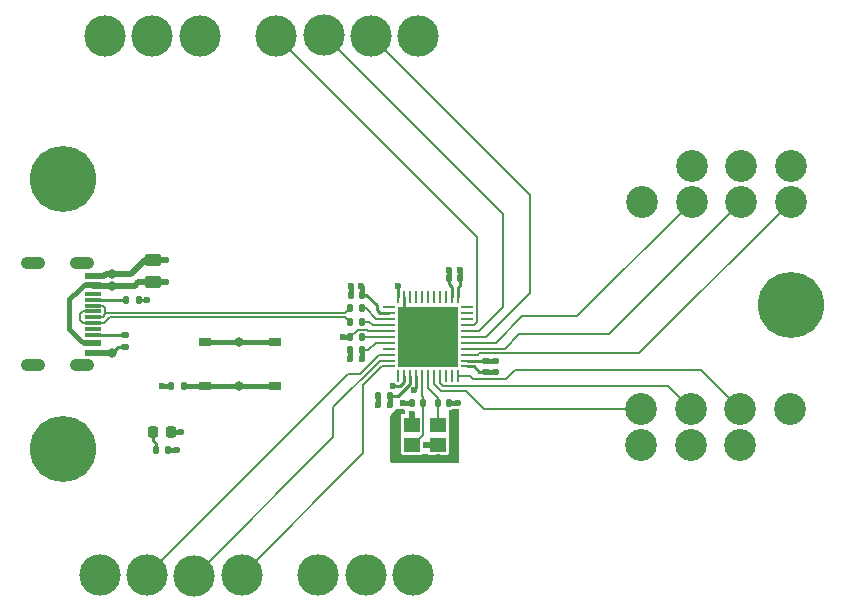
<source format=gbr>
%TF.GenerationSoftware,KiCad,Pcbnew,7.0.6*%
%TF.CreationDate,2023-09-20T14:55:28-04:00*%
%TF.ProjectId,32U4_NES_SNES_adapter,33325534-5f4e-4455-935f-534e45535f61,rev?*%
%TF.SameCoordinates,Original*%
%TF.FileFunction,Copper,L1,Top*%
%TF.FilePolarity,Positive*%
%FSLAX46Y46*%
G04 Gerber Fmt 4.6, Leading zero omitted, Abs format (unit mm)*
G04 Created by KiCad (PCBNEW 7.0.6) date 2023-09-20 14:55:28*
%MOMM*%
%LPD*%
G01*
G04 APERTURE LIST*
G04 Aperture macros list*
%AMRoundRect*
0 Rectangle with rounded corners*
0 $1 Rounding radius*
0 $2 $3 $4 $5 $6 $7 $8 $9 X,Y pos of 4 corners*
0 Add a 4 corners polygon primitive as box body*
4,1,4,$2,$3,$4,$5,$6,$7,$8,$9,$2,$3,0*
0 Add four circle primitives for the rounded corners*
1,1,$1+$1,$2,$3*
1,1,$1+$1,$4,$5*
1,1,$1+$1,$6,$7*
1,1,$1+$1,$8,$9*
0 Add four rect primitives between the rounded corners*
20,1,$1+$1,$2,$3,$4,$5,0*
20,1,$1+$1,$4,$5,$6,$7,0*
20,1,$1+$1,$6,$7,$8,$9,0*
20,1,$1+$1,$8,$9,$2,$3,0*%
G04 Aperture macros list end*
%TA.AperFunction,SMDPad,CuDef*%
%ADD10RoundRect,0.140000X0.140000X0.170000X-0.140000X0.170000X-0.140000X-0.170000X0.140000X-0.170000X0*%
%TD*%
%TA.AperFunction,ComponentPad*%
%ADD11C,3.500000*%
%TD*%
%TA.AperFunction,SMDPad,CuDef*%
%ADD12RoundRect,0.135000X-0.135000X-0.185000X0.135000X-0.185000X0.135000X0.185000X-0.135000X0.185000X0*%
%TD*%
%TA.AperFunction,ComponentPad*%
%ADD13C,2.700000*%
%TD*%
%TA.AperFunction,ComponentPad*%
%ADD14C,5.600000*%
%TD*%
%TA.AperFunction,SMDPad,CuDef*%
%ADD15RoundRect,0.135000X0.135000X0.185000X-0.135000X0.185000X-0.135000X-0.185000X0.135000X-0.185000X0*%
%TD*%
%TA.AperFunction,SMDPad,CuDef*%
%ADD16RoundRect,0.218750X0.218750X0.256250X-0.218750X0.256250X-0.218750X-0.256250X0.218750X-0.256250X0*%
%TD*%
%TA.AperFunction,SMDPad,CuDef*%
%ADD17R,1.000000X0.750000*%
%TD*%
%TA.AperFunction,SMDPad,CuDef*%
%ADD18RoundRect,0.062500X-0.475000X-0.062500X0.475000X-0.062500X0.475000X0.062500X-0.475000X0.062500X0*%
%TD*%
%TA.AperFunction,SMDPad,CuDef*%
%ADD19RoundRect,0.062500X-0.062500X-0.475000X0.062500X-0.475000X0.062500X0.475000X-0.062500X0.475000X0*%
%TD*%
%TA.AperFunction,SMDPad,CuDef*%
%ADD20R,5.200000X5.200000*%
%TD*%
%TA.AperFunction,SMDPad,CuDef*%
%ADD21RoundRect,0.135000X0.185000X-0.135000X0.185000X0.135000X-0.185000X0.135000X-0.185000X-0.135000X0*%
%TD*%
%TA.AperFunction,SMDPad,CuDef*%
%ADD22RoundRect,0.140000X-0.170000X0.140000X-0.170000X-0.140000X0.170000X-0.140000X0.170000X0.140000X0*%
%TD*%
%TA.AperFunction,SMDPad,CuDef*%
%ADD23R,1.400000X1.200000*%
%TD*%
%TA.AperFunction,SMDPad,CuDef*%
%ADD24RoundRect,0.250000X0.475000X-0.250000X0.475000X0.250000X-0.475000X0.250000X-0.475000X-0.250000X0*%
%TD*%
%TA.AperFunction,SMDPad,CuDef*%
%ADD25RoundRect,0.140000X-0.140000X-0.170000X0.140000X-0.170000X0.140000X0.170000X-0.140000X0.170000X0*%
%TD*%
%TA.AperFunction,SMDPad,CuDef*%
%ADD26R,1.450000X0.600000*%
%TD*%
%TA.AperFunction,SMDPad,CuDef*%
%ADD27R,1.450000X0.300000*%
%TD*%
%TA.AperFunction,ComponentPad*%
%ADD28O,2.100000X1.050000*%
%TD*%
%TA.AperFunction,SMDPad,CuDef*%
%ADD29RoundRect,0.140000X0.170000X-0.140000X0.170000X0.140000X-0.170000X0.140000X-0.170000X-0.140000X0*%
%TD*%
%TA.AperFunction,ViaPad*%
%ADD30C,0.600000*%
%TD*%
%TA.AperFunction,ViaPad*%
%ADD31C,0.800000*%
%TD*%
%TA.AperFunction,Conductor*%
%ADD32C,0.200000*%
%TD*%
%TA.AperFunction,Conductor*%
%ADD33C,0.508000*%
%TD*%
%TA.AperFunction,Conductor*%
%ADD34C,0.254000*%
%TD*%
%TA.AperFunction,Conductor*%
%ADD35C,0.381000*%
%TD*%
%TA.AperFunction,Conductor*%
%ADD36C,0.250000*%
%TD*%
%TA.AperFunction,Conductor*%
%ADD37C,0.205740*%
%TD*%
G04 APERTURE END LIST*
D10*
%TO.P,C9,1*%
%TO.N,VCC*%
X119250400Y-97028000D03*
%TO.P,C9,2*%
%TO.N,GND*%
X118290400Y-97028000D03*
%TD*%
%TO.P,C7,1*%
%TO.N,VCC*%
X121587200Y-105587800D03*
%TO.P,C7,2*%
%TO.N,GND*%
X120627200Y-105587800D03*
%TD*%
%TO.P,C8,1*%
%TO.N,VCC*%
X119225000Y-101727000D03*
%TO.P,C8,2*%
%TO.N,GND*%
X118265000Y-101727000D03*
%TD*%
D11*
%TO.P,J2,1,5V*%
%TO.N,VCC*%
X97064000Y-120709000D03*
%TO.P,J2,2,CLK*%
%TO.N,/SNES_1_CLK*%
X101064000Y-120709000D03*
%TO.P,J2,3,LATCH*%
%TO.N,/SNES_1_LATCH*%
X105064000Y-120809000D03*
%TO.P,J2,4,DATA*%
%TO.N,/SNES_1_DATA*%
X109064000Y-120709000D03*
%TO.P,J2,5,NC*%
%TO.N,unconnected-(J2-Pad5)*%
X115564000Y-120709000D03*
%TO.P,J2,6,NC*%
%TO.N,unconnected-(J2-Pad6)*%
X119564000Y-120709000D03*
%TO.P,J2,7,GND*%
%TO.N,GND*%
X123564000Y-120709000D03*
%TD*%
D12*
%TO.P,R6,1*%
%TO.N,/USB_D-*%
X118235000Y-98171000D03*
%TO.P,R6,2*%
%TO.N,Net-(R6-Pad2)*%
X119255000Y-98171000D03*
%TD*%
%TO.P,R3,2*%
%TO.N,Net-(R3-Pad2)*%
X104142000Y-104770400D03*
%TO.P,R3,1*%
%TO.N,VCC*%
X103122000Y-104770400D03*
%TD*%
D13*
%TO.P,J5,1,5V*%
%TO.N,VCC*%
X147168000Y-86125000D03*
%TO.P,J5,2,NC*%
%TO.N,unconnected-(J5-Pad2)*%
X151359000Y-86125000D03*
%TO.P,J5,3,NC*%
%TO.N,unconnected-(J5-Pad3)*%
X155550000Y-86125000D03*
%TO.P,J5,4,DATA*%
%TO.N,/NES_2_DATA*%
X155550000Y-89125000D03*
%TO.P,J5,5,LATCH*%
%TO.N,/NES_2_LATCH*%
X151359000Y-89125000D03*
%TO.P,J5,6,CLK*%
%TO.N,/NES_2_CLK*%
X147168000Y-89125000D03*
%TO.P,J5,7,GND*%
%TO.N,GND*%
X142977000Y-89125000D03*
%TD*%
D14*
%TO.P,H3,1,1*%
%TO.N,GND*%
X155550000Y-97917000D03*
%TD*%
D13*
%TO.P,J4,1,5V*%
%TO.N,VCC*%
X151282000Y-109709000D03*
%TO.P,J4,2,NC*%
%TO.N,unconnected-(J4-Pad2)*%
X147091000Y-109709000D03*
%TO.P,J4,3,NC*%
%TO.N,unconnected-(J4-Pad3)*%
X142900000Y-109709000D03*
%TO.P,J4,4,DATA*%
%TO.N,/NES_1_DATA*%
X142900000Y-106709000D03*
%TO.P,J4,5,LATCH*%
%TO.N,/NES_1_LATCH*%
X147091000Y-106709000D03*
%TO.P,J4,6,CLK*%
%TO.N,/NES_1_CLK*%
X151282000Y-106709000D03*
%TO.P,J4,7,GND*%
%TO.N,GND*%
X155473000Y-106709000D03*
%TD*%
D15*
%TO.P,R4,2*%
%TO.N,Net-(D1-Pad2)*%
X101801200Y-110121750D03*
%TO.P,R4,1*%
%TO.N,VCC*%
X102821200Y-110121750D03*
%TD*%
D10*
%TO.P,C10,1*%
%TO.N,Net-(C10-Pad1)*%
X119225000Y-100584000D03*
%TO.P,C10,2*%
%TO.N,GND*%
X118265000Y-100584000D03*
%TD*%
D14*
%TO.P,H1,1,1*%
%TO.N,GND*%
X93895500Y-87249000D03*
%TD*%
D16*
%TO.P,D1,1,K*%
%TO.N,GND*%
X103098700Y-108597750D03*
%TO.P,D1,2,A*%
%TO.N,Net-(D1-Pad2)*%
X101523700Y-108597750D03*
%TD*%
D12*
%TO.P,R5,1*%
%TO.N,/USB_D+*%
X118235000Y-99314000D03*
%TO.P,R5,2*%
%TO.N,Net-(R5-Pad2)*%
X119255000Y-99314000D03*
%TD*%
D17*
%TO.P,S1,D*%
%TO.N,Net-(R3-Pad2)*%
X111922500Y-104770400D03*
%TO.P,S1,C*%
X105922500Y-104770400D03*
%TO.P,S1,B*%
%TO.N,GND*%
X111922500Y-101020400D03*
%TO.P,S1,A*%
X105922500Y-101020400D03*
%TD*%
D14*
%TO.P,H2,1,1*%
%TO.N,GND*%
X93895500Y-110109000D03*
%TD*%
D15*
%TO.P,R2,1*%
%TO.N,GND*%
X100332000Y-97429000D03*
%TO.P,R2,2*%
%TO.N,Net-(J1-PadA5)*%
X99312000Y-97429000D03*
%TD*%
D18*
%TO.P,U1,1,PE6*%
%TO.N,unconnected-(U1-Pad1)*%
X121503500Y-98084000D03*
%TO.P,U1,2,UVCC*%
%TO.N,VCC*%
X121503500Y-98584000D03*
%TO.P,U1,3,D-*%
%TO.N,Net-(R6-Pad2)*%
X121503500Y-99084000D03*
%TO.P,U1,4,D+*%
%TO.N,Net-(R5-Pad2)*%
X121503500Y-99584000D03*
%TO.P,U1,5,UGND*%
%TO.N,GND*%
X121503500Y-100084000D03*
%TO.P,U1,6,UCAP*%
%TO.N,Net-(C10-Pad1)*%
X121503500Y-100584000D03*
%TO.P,U1,7,VBUS*%
%TO.N,VCC*%
X121503500Y-101084000D03*
%TO.P,U1,8,PB0*%
%TO.N,unconnected-(U1-Pad8)*%
X121503500Y-101584000D03*
%TO.P,U1,9,PB1*%
%TO.N,/SNES_1_CLK*%
X121503500Y-102084000D03*
%TO.P,U1,10,PB2*%
%TO.N,/SNES_1_LATCH*%
X121503500Y-102584000D03*
%TO.P,U1,11,PB3*%
%TO.N,/SNES_1_DATA*%
X121503500Y-103084000D03*
D19*
%TO.P,U1,12,PB7*%
%TO.N,unconnected-(U1-Pad12)*%
X122341000Y-103921500D03*
%TO.P,U1,13,~{RESET}*%
%TO.N,Net-(R3-Pad2)*%
X122841000Y-103921500D03*
%TO.P,U1,14,VCC*%
%TO.N,VCC*%
X123341000Y-103921500D03*
%TO.P,U1,15,GND*%
%TO.N,GND*%
X123841000Y-103921500D03*
%TO.P,U1,16,XTAL2*%
%TO.N,/XOUT*%
X124341000Y-103921500D03*
%TO.P,U1,17,XTAL1*%
%TO.N,/XIN*%
X124841000Y-103921500D03*
%TO.P,U1,18,PD0*%
%TO.N,/NES_1_DATA*%
X125341000Y-103921500D03*
%TO.P,U1,19,PD1*%
%TO.N,/NES_1_LATCH*%
X125841000Y-103921500D03*
%TO.P,U1,20,PD2*%
%TO.N,unconnected-(U1-Pad20)*%
X126341000Y-103921500D03*
%TO.P,U1,21,PD3*%
%TO.N,unconnected-(U1-Pad21)*%
X126841000Y-103921500D03*
%TO.P,U1,22,PD5*%
%TO.N,/NES_1_CLK*%
X127341000Y-103921500D03*
D18*
%TO.P,U1,23,GND*%
%TO.N,GND*%
X128178500Y-103084000D03*
%TO.P,U1,24,AVCC*%
%TO.N,VCC*%
X128178500Y-102584000D03*
%TO.P,U1,25,PD4*%
%TO.N,/NES_2_DATA*%
X128178500Y-102084000D03*
%TO.P,U1,26,PD6*%
%TO.N,/NES_2_LATCH*%
X128178500Y-101584000D03*
%TO.P,U1,27,PD7*%
%TO.N,/NES_2_CLK*%
X128178500Y-101084000D03*
%TO.P,U1,28,PB4*%
%TO.N,/SNES_2_CLK*%
X128178500Y-100584000D03*
%TO.P,U1,29,PB5*%
%TO.N,/SNES_2_LATCH*%
X128178500Y-100084000D03*
%TO.P,U1,30,PB6*%
%TO.N,/SNES_2_DATA*%
X128178500Y-99584000D03*
%TO.P,U1,31,PC6*%
%TO.N,unconnected-(U1-Pad31)*%
X128178500Y-99084000D03*
%TO.P,U1,32,PC7*%
%TO.N,unconnected-(U1-Pad32)*%
X128178500Y-98584000D03*
%TO.P,U1,33,~{HWB}/PE2*%
%TO.N,unconnected-(U1-Pad33)*%
X128178500Y-98084000D03*
D19*
%TO.P,U1,34,VCC*%
%TO.N,VCC*%
X127341000Y-97246500D03*
%TO.P,U1,35,GND*%
%TO.N,GND*%
X126841000Y-97246500D03*
%TO.P,U1,36,PF7*%
%TO.N,unconnected-(U1-Pad36)*%
X126341000Y-97246500D03*
%TO.P,U1,37,PF6*%
%TO.N,unconnected-(U1-Pad37)*%
X125841000Y-97246500D03*
%TO.P,U1,38,PF5*%
%TO.N,unconnected-(U1-Pad38)*%
X125341000Y-97246500D03*
%TO.P,U1,39,PF4*%
%TO.N,unconnected-(U1-Pad39)*%
X124841000Y-97246500D03*
%TO.P,U1,40,PF1*%
%TO.N,unconnected-(U1-Pad40)*%
X124341000Y-97246500D03*
%TO.P,U1,41,PF0*%
%TO.N,unconnected-(U1-Pad41)*%
X123841000Y-97246500D03*
%TO.P,U1,42,AREF*%
%TO.N,unconnected-(U1-Pad42)*%
X123341000Y-97246500D03*
%TO.P,U1,43,GND*%
%TO.N,GND*%
X122841000Y-97246500D03*
%TO.P,U1,44,AVCC*%
%TO.N,VCC*%
X122341000Y-97246500D03*
D20*
%TO.P,U1,45,GND*%
%TO.N,GND*%
X124841000Y-100584000D03*
%TD*%
D21*
%TO.P,R1,1*%
%TO.N,GND*%
X99187000Y-101449000D03*
%TO.P,R1,2*%
%TO.N,Net-(J1-PadB5)*%
X99187000Y-100429000D03*
%TD*%
D22*
%TO.P,C6,1*%
%TO.N,VCC*%
X129794000Y-102584000D03*
%TO.P,C6,2*%
%TO.N,GND*%
X129794000Y-103544000D03*
%TD*%
D23*
%TO.P,Y1,1,1*%
%TO.N,/XIN*%
X125687000Y-108012000D03*
%TO.P,Y1,2,2*%
%TO.N,GND*%
X123487000Y-108012000D03*
%TO.P,Y1,3,3*%
%TO.N,/XOUT*%
X123487000Y-109712000D03*
%TO.P,Y1,4,4*%
%TO.N,GND*%
X125687000Y-109712000D03*
%TD*%
D10*
%TO.P,C1,1*%
%TO.N,GND*%
X126647000Y-106172000D03*
%TO.P,C1,2*%
%TO.N,/XIN*%
X125687000Y-106172000D03*
%TD*%
D24*
%TO.P,C4,1*%
%TO.N,VCC*%
X101523800Y-95946000D03*
%TO.P,C4,2*%
%TO.N,GND*%
X101523800Y-94046000D03*
%TD*%
D25*
%TO.P,C2,1*%
%TO.N,GND*%
X123472000Y-106172000D03*
%TO.P,C2,2*%
%TO.N,/XOUT*%
X124432000Y-106172000D03*
%TD*%
D11*
%TO.P,J3,1,5V*%
%TO.N,VCC*%
X124014000Y-75125000D03*
%TO.P,J3,2,CLK*%
%TO.N,/SNES_2_CLK*%
X120014000Y-75125000D03*
%TO.P,J3,3,LATCH*%
%TO.N,/SNES_2_LATCH*%
X116014000Y-75025000D03*
%TO.P,J3,4,DATA*%
%TO.N,/SNES_2_DATA*%
X112014000Y-75125000D03*
%TO.P,J3,5,NC*%
%TO.N,unconnected-(J3-Pad5)*%
X105514000Y-75125000D03*
%TO.P,J3,6,NC*%
%TO.N,unconnected-(J3-Pad6)*%
X101514000Y-75125000D03*
%TO.P,J3,7,GND*%
%TO.N,GND*%
X97514000Y-75125000D03*
%TD*%
D10*
%TO.P,C5,2*%
%TO.N,GND*%
X126618000Y-95631000D03*
%TO.P,C5,1*%
%TO.N,VCC*%
X127578000Y-95631000D03*
%TD*%
D26*
%TO.P,J1,A1B12,GND*%
%TO.N,GND*%
X96450500Y-95429000D03*
%TO.P,J1,A4B9,VBUS*%
%TO.N,VCC*%
X96450500Y-96229000D03*
D27*
%TO.P,J1,A5,CC1*%
%TO.N,Net-(J1-PadA5)*%
X96450500Y-97429000D03*
%TO.P,J1,A6,DP1*%
%TO.N,/USB_D+*%
X96450500Y-98429000D03*
%TO.P,J1,A7,DN1*%
%TO.N,/USB_D-*%
X96450500Y-98929000D03*
%TO.P,J1,A8,SBU1*%
%TO.N,unconnected-(J1-PadA8)*%
X96450500Y-99929000D03*
D26*
%TO.P,J1,B1A12,GND*%
%TO.N,GND*%
X96450500Y-101929000D03*
%TO.P,J1,B4A9,VBUS*%
%TO.N,VCC*%
X96450500Y-101129000D03*
D27*
%TO.P,J1,B5,CC2*%
%TO.N,Net-(J1-PadB5)*%
X96450500Y-100429000D03*
%TO.P,J1,B6,DP2*%
%TO.N,/USB_D+*%
X96450500Y-99429000D03*
%TO.P,J1,B7,DN2*%
%TO.N,/USB_D-*%
X96450500Y-97929000D03*
%TO.P,J1,B8,SBU2*%
%TO.N,unconnected-(J1-PadB8)*%
X96450500Y-96929000D03*
D28*
%TO.P,J1,S1,SHIELD*%
%TO.N,unconnected-(J1-PadS1)*%
X95535500Y-94359000D03*
%TO.P,J1,S2,SHIELD*%
%TO.N,unconnected-(J1-PadS2)*%
X95535500Y-102999000D03*
%TO.P,J1,S3,SHIELD*%
%TO.N,unconnected-(J1-PadS3)*%
X91355500Y-94359000D03*
%TO.P,J1,S4,SHIELD*%
%TO.N,unconnected-(J1-PadS4)*%
X91355500Y-102999000D03*
%TD*%
D29*
%TO.P,C3,1*%
%TO.N,VCC*%
X99187000Y-96238000D03*
%TO.P,C3,2*%
%TO.N,GND*%
X99187000Y-95278000D03*
%TD*%
D30*
%TO.N,GND*%
X103962200Y-108597750D03*
X127381000Y-106172000D03*
X124688600Y-109702600D03*
X102631200Y-94046000D03*
D31*
X98119000Y-101929000D03*
D30*
X122841000Y-102584000D03*
X125857000Y-110896400D03*
D31*
X108876300Y-101020400D03*
D30*
X122047000Y-108354000D03*
X126618000Y-94894400D03*
X122841000Y-100584000D03*
X122841000Y-98584000D03*
X123317000Y-110894000D03*
X127127000Y-110894000D03*
X122047000Y-110894000D03*
X123670544Y-105039041D03*
X127127000Y-108354000D03*
X126841000Y-98584000D03*
X126841000Y-102584000D03*
X118265000Y-102466200D03*
X127127000Y-109624000D03*
X124841000Y-98584000D03*
X122047000Y-109624000D03*
X127127000Y-107084000D03*
D31*
X98119000Y-95278000D03*
D30*
X122250200Y-107086400D03*
X124841000Y-100584000D03*
X124841000Y-102584000D03*
X124587000Y-110894000D03*
X130584000Y-103544000D03*
X117652800Y-100584000D03*
X118290400Y-96266000D03*
X126841000Y-100584000D03*
X120627200Y-106349800D03*
X123487000Y-107111800D03*
X122758200Y-106172000D03*
X101092000Y-97429000D03*
%TO.N,VCC*%
X102362000Y-104770400D03*
X121587200Y-106349800D03*
X127578000Y-94894400D03*
X103581200Y-110121750D03*
X102631200Y-95946000D03*
X119225000Y-102497377D03*
X130584000Y-102584000D03*
X122341000Y-96266000D03*
D31*
X98119000Y-96238000D03*
D30*
X119151400Y-96266000D03*
%TO.N,Net-(R3-Pad2)*%
X121920000Y-104775000D03*
D31*
X108876300Y-104770400D03*
%TD*%
D32*
%TO.N,/SNES_1_LATCH*%
X116840000Y-106553000D02*
X120809000Y-102584000D01*
X120809000Y-102584000D02*
X121503500Y-102584000D01*
X116840000Y-109042200D02*
X116840000Y-106553000D01*
X105064000Y-120809000D02*
X105073200Y-120809000D01*
X105073200Y-120809000D02*
X116840000Y-109042200D01*
%TO.N,/SNES_1_DATA*%
X109064000Y-120729800D02*
X109064000Y-120746600D01*
X119380000Y-110413800D02*
X109064000Y-120729800D01*
X120918600Y-103084000D02*
X119380000Y-104622600D01*
X119380000Y-104622600D02*
X119380000Y-110413800D01*
X121503500Y-103084000D02*
X120918600Y-103084000D01*
D33*
%TO.N,GND*%
X99187000Y-95278000D02*
X99667000Y-95278000D01*
X99667000Y-95278000D02*
X100899000Y-94046000D01*
X100899000Y-94046000D02*
X101523800Y-94046000D01*
D34*
X99187000Y-101449000D02*
X98599000Y-101449000D01*
X98599000Y-101449000D02*
X98119000Y-101929000D01*
D35*
%TO.N,VCC*%
X103122000Y-104770400D02*
X102362000Y-104770400D01*
%TO.N,Net-(R3-Pad2)*%
X105922500Y-104770400D02*
X104142000Y-104770400D01*
D34*
X122841000Y-104406599D02*
X122841000Y-103921500D01*
X122472599Y-104775000D02*
X122841000Y-104406599D01*
X121920000Y-104775000D02*
X122472599Y-104775000D01*
D32*
%TO.N,/NES_2_CLK*%
X132842000Y-98806000D02*
X137487000Y-98806000D01*
X130564000Y-101084000D02*
X132842000Y-98806000D01*
X128178500Y-101084000D02*
X130564000Y-101084000D01*
X137487000Y-98806000D02*
X147168000Y-89125000D01*
D35*
%TO.N,GND*%
X118290400Y-97028000D02*
X118290400Y-96266000D01*
D33*
X96450500Y-101929000D02*
X98119000Y-101929000D01*
D32*
X121503500Y-100084000D02*
X119794400Y-100084000D01*
D34*
X126841000Y-96361000D02*
X126618000Y-96138000D01*
D33*
X123487000Y-108012000D02*
X123487000Y-107111800D01*
X97558800Y-95278000D02*
X97407800Y-95429000D01*
D35*
X122758200Y-106172000D02*
X123472000Y-106172000D01*
D33*
X101523800Y-94046000D02*
X102631200Y-94046000D01*
D32*
X118874600Y-99974400D02*
X118265000Y-100584000D01*
D34*
X129198000Y-103544000D02*
X129794000Y-103544000D01*
X100332000Y-97429000D02*
X101092000Y-97429000D01*
D35*
X117652800Y-100584000D02*
X118265000Y-100584000D01*
X108876300Y-101020400D02*
X105922500Y-101020400D01*
D33*
X124688600Y-109702600D02*
X125677600Y-109702600D01*
D35*
X126618000Y-95631000D02*
X126618000Y-94894400D01*
X120627200Y-106349800D02*
X120627200Y-105587800D01*
D34*
X126841000Y-97246500D02*
X126841000Y-96361000D01*
X123841000Y-104868585D02*
X123841000Y-103921500D01*
D36*
X122841000Y-97246500D02*
X122841000Y-98584000D01*
D33*
X125677600Y-109702600D02*
X125687000Y-109712000D01*
D35*
X103098700Y-108597750D02*
X103962200Y-108597750D01*
D33*
X98119000Y-95278000D02*
X97558800Y-95278000D01*
D35*
X118265000Y-101727000D02*
X118265000Y-102466200D01*
X111922500Y-101020400D02*
X108876300Y-101020400D01*
X126647000Y-106172000D02*
X127381000Y-106172000D01*
D34*
X128738000Y-103084000D02*
X129198000Y-103544000D01*
D33*
X97407800Y-95429000D02*
X96450500Y-95429000D01*
D35*
X129794000Y-103544000D02*
X130584000Y-103544000D01*
D33*
X98119000Y-95278000D02*
X99187000Y-95278000D01*
D34*
X126618000Y-96138000D02*
X126618000Y-95631000D01*
X128178500Y-103084000D02*
X128738000Y-103084000D01*
X123670544Y-105039041D02*
X123841000Y-104868585D01*
D32*
X119794400Y-100084000D02*
X119684800Y-99974400D01*
X119684800Y-99974400D02*
X118874600Y-99974400D01*
D34*
%TO.N,Net-(D1-Pad2)*%
X101801200Y-109611750D02*
X101523700Y-109334250D01*
X101523700Y-109334250D02*
X101523700Y-108597750D01*
X101801200Y-110121750D02*
X101801200Y-109611750D01*
D33*
%TO.N,VCC*%
X96459500Y-96238000D02*
X96450500Y-96229000D01*
D35*
X119225000Y-101727000D02*
X119225000Y-102497377D01*
D34*
X119634000Y-97028000D02*
X119250400Y-97028000D01*
D35*
X95317499Y-100778499D02*
X94488000Y-99949000D01*
X95332937Y-96579501D02*
X95683438Y-96229000D01*
D33*
X99187000Y-96238000D02*
X98122800Y-96238000D01*
D34*
X128178500Y-102584000D02*
X129794000Y-102584000D01*
X127341000Y-97246500D02*
X127341000Y-96433000D01*
D32*
X120404000Y-101084000D02*
X121503500Y-101084000D01*
D35*
X96450500Y-101129000D02*
X95683438Y-101129000D01*
X95683438Y-96229000D02*
X96450500Y-96229000D01*
D34*
X120523000Y-98298000D02*
X120523000Y-97917000D01*
D35*
X127578000Y-94894400D02*
X127578000Y-95631000D01*
D34*
X123341000Y-104585110D02*
X122338310Y-105587800D01*
D35*
X103581200Y-110121750D02*
X102821200Y-110121750D01*
X94488000Y-97409000D02*
X95317499Y-96579501D01*
D33*
X98122800Y-96238000D02*
X96459500Y-96238000D01*
D35*
X95317499Y-96579501D02*
X95332937Y-96579501D01*
D33*
X99187000Y-96238000D02*
X100002400Y-96238000D01*
D34*
X122338310Y-105587800D02*
X121587200Y-105587800D01*
X127578000Y-96196000D02*
X127578000Y-95631000D01*
D35*
X129794000Y-102584000D02*
X130584000Y-102584000D01*
D36*
X122341000Y-97246500D02*
X122341000Y-96266000D01*
D35*
X94488000Y-99949000D02*
X94488000Y-97409000D01*
D34*
X120809000Y-98584000D02*
X120523000Y-98298000D01*
D33*
X100002400Y-96238000D02*
X100294400Y-95946000D01*
D34*
X127341000Y-96433000D02*
X127578000Y-96196000D01*
X123341000Y-103921500D02*
X123341000Y-104585110D01*
X121503500Y-98584000D02*
X120809000Y-98584000D01*
D35*
X121587200Y-106349800D02*
X121587200Y-105587800D01*
X95683438Y-101129000D02*
X95332937Y-100778499D01*
X95332937Y-100778499D02*
X95317499Y-100778499D01*
D33*
X101523800Y-95946000D02*
X102631200Y-95946000D01*
D34*
X120523000Y-97917000D02*
X119634000Y-97028000D01*
D32*
X119761000Y-101727000D02*
X119225000Y-101727000D01*
X119761000Y-101727000D02*
X120404000Y-101084000D01*
D33*
X100294400Y-95946000D02*
X101523800Y-95946000D01*
D35*
X119250400Y-97028000D02*
X119250400Y-96365000D01*
D34*
%TO.N,Net-(J1-PadA5)*%
X99312000Y-97429000D02*
X96450500Y-97429000D01*
D37*
%TO.N,/USB_D+*%
X97370200Y-99429000D02*
X96450500Y-99429000D01*
X97890330Y-98908870D02*
X97370200Y-99429000D01*
X96450500Y-99429000D02*
X95619000Y-99429000D01*
X118235000Y-99314000D02*
X117829870Y-98908870D01*
X95377000Y-99187000D02*
X95377000Y-98667760D01*
X95619000Y-99429000D02*
X95377000Y-99187000D01*
X95615760Y-98429000D02*
X96450500Y-98429000D01*
X117829870Y-98908870D02*
X97890330Y-98908870D01*
X95377000Y-98667760D02*
X95615760Y-98429000D01*
%TO.N,/USB_D-*%
X97536000Y-98171000D02*
X97294000Y-97929000D01*
X117829870Y-98576130D02*
X97560130Y-98576130D01*
X97294000Y-97929000D02*
X96450500Y-97929000D01*
X97560130Y-98576130D02*
X97536000Y-98552000D01*
X118235000Y-98171000D02*
X117829870Y-98576130D01*
X97536000Y-98552000D02*
X97536000Y-98171000D01*
X97536000Y-98679000D02*
X97536000Y-98552000D01*
X97286000Y-98929000D02*
X97536000Y-98679000D01*
X96450500Y-98929000D02*
X97286000Y-98929000D01*
D34*
%TO.N,Net-(J1-PadB5)*%
X96450500Y-100429000D02*
X99187000Y-100429000D01*
D35*
%TO.N,Net-(R3-Pad2)*%
X108825500Y-104770400D02*
X111922500Y-104770400D01*
X105922500Y-104770400D02*
X108825500Y-104770400D01*
D32*
%TO.N,/XIN*%
X124841000Y-104927400D02*
X125687000Y-105773400D01*
X125687000Y-105773400D02*
X125687000Y-108012000D01*
X124841000Y-103921500D02*
X124841000Y-104927400D01*
%TO.N,Net-(C10-Pad1)*%
X121503500Y-100584000D02*
X119225000Y-100584000D01*
%TO.N,/SNES_1_CLK*%
X121503500Y-102084000D02*
X120699400Y-102084000D01*
X118059200Y-103708200D02*
X101064000Y-120703400D01*
X101064000Y-120709000D02*
X102074400Y-120709000D01*
X120699400Y-102084000D02*
X119075200Y-103708200D01*
X119075200Y-103708200D02*
X118059200Y-103708200D01*
X101064000Y-120703400D02*
X101064000Y-120709000D01*
%TO.N,/SNES_2_CLK*%
X133477000Y-96901000D02*
X129794000Y-100584000D01*
X133477000Y-88588000D02*
X133477000Y-96901000D01*
X120014000Y-75125000D02*
X133477000Y-88588000D01*
X129794000Y-100584000D02*
X128178500Y-100584000D01*
%TO.N,/SNES_2_LATCH*%
X129151000Y-100084000D02*
X128178500Y-100084000D01*
X131191000Y-90202000D02*
X131191000Y-98044000D01*
X131191000Y-98044000D02*
X129151000Y-100084000D01*
X116014000Y-75025000D02*
X131191000Y-90202000D01*
%TO.N,/SNES_2_DATA*%
X128762000Y-99584000D02*
X129032000Y-99314000D01*
X129032000Y-99314000D02*
X129032000Y-92143000D01*
X129032000Y-92143000D02*
X112014000Y-75125000D01*
X128178500Y-99584000D02*
X128762000Y-99584000D01*
%TO.N,/NES_1_DATA*%
X142900000Y-106709000D02*
X129569000Y-106709000D01*
X129569000Y-106709000D02*
X128019000Y-105159000D01*
X125341000Y-104537338D02*
X125341000Y-103921500D01*
X125962662Y-105159000D02*
X125341000Y-104537338D01*
X128019000Y-105159000D02*
X125962662Y-105159000D01*
%TO.N,/NES_1_LATCH*%
X126128348Y-104759000D02*
X145141000Y-104759000D01*
X145141000Y-104759000D02*
X147091000Y-106709000D01*
X125841000Y-103921500D02*
X125841000Y-104471652D01*
X125841000Y-104471652D02*
X126128348Y-104759000D01*
%TO.N,/NES_1_CLK*%
X132207000Y-103378000D02*
X147951000Y-103378000D01*
X127341000Y-103921500D02*
X128432500Y-103921500D01*
X128432500Y-103921500D02*
X128651000Y-104140000D01*
X147951000Y-103378000D02*
X151282000Y-106709000D01*
X131445000Y-104140000D02*
X132207000Y-103378000D01*
X128651000Y-104140000D02*
X131445000Y-104140000D01*
%TO.N,/NES_2_DATA*%
X142694000Y-101981000D02*
X155550000Y-89125000D01*
X129056000Y-102084000D02*
X129159000Y-101981000D01*
X128178500Y-102084000D02*
X129056000Y-102084000D01*
X129159000Y-101981000D02*
X142694000Y-101981000D01*
%TO.N,/NES_2_LATCH*%
X131334000Y-101584000D02*
X132588000Y-100330000D01*
X132588000Y-100330000D02*
X140154000Y-100330000D01*
X128178500Y-101584000D02*
X131334000Y-101584000D01*
X140154000Y-100330000D02*
X151359000Y-89125000D01*
%TO.N,/XOUT*%
X123587000Y-109712000D02*
X123487000Y-109712000D01*
X124434600Y-105689400D02*
X124434600Y-108864400D01*
X124434600Y-108864400D02*
X123587000Y-109712000D01*
X124341000Y-105595800D02*
X124434600Y-105689400D01*
X124341000Y-103921500D02*
X124341000Y-105595800D01*
%TO.N,Net-(R6-Pad2)*%
X121503500Y-99084000D02*
X120477686Y-99084000D01*
X119564686Y-98171000D02*
X119255000Y-98171000D01*
X120477686Y-99084000D02*
X119564686Y-98171000D01*
%TO.N,Net-(R5-Pad2)*%
X121503500Y-99584000D02*
X120158000Y-99584000D01*
X119888000Y-99314000D02*
X119255000Y-99314000D01*
X120158000Y-99584000D02*
X119888000Y-99314000D01*
%TD*%
%TA.AperFunction,Conductor*%
%TO.N,GND*%
G36*
X122801921Y-106700002D02*
G01*
X122848414Y-106753658D01*
X122859800Y-106806001D01*
X122859799Y-107011201D01*
X122839797Y-107079321D01*
X122786141Y-107125814D01*
X122733799Y-107137200D01*
X122529600Y-107137200D01*
X122529600Y-110540800D01*
X122636239Y-110540800D01*
X122684458Y-110550392D01*
X122687696Y-110551733D01*
X122687698Y-110551733D01*
X122687699Y-110551734D01*
X122761933Y-110566500D01*
X124212066Y-110566499D01*
X124212069Y-110566498D01*
X124212073Y-110566498D01*
X124241514Y-110560641D01*
X124286301Y-110551734D01*
X124286305Y-110551730D01*
X124289547Y-110550389D01*
X124337761Y-110540800D01*
X124837571Y-110540800D01*
X124885790Y-110550392D01*
X124887892Y-110551262D01*
X124961980Y-110565999D01*
X125442732Y-110565999D01*
X125483607Y-110543679D01*
X125510390Y-110540800D01*
X125863610Y-110540800D01*
X125931731Y-110560802D01*
X125938180Y-110565999D01*
X126412014Y-110565999D01*
X126412022Y-110565998D01*
X126486103Y-110551263D01*
X126488212Y-110550390D01*
X126536428Y-110540800D01*
X126644400Y-110540800D01*
X126644400Y-107127634D01*
X126621879Y-107086392D01*
X126619000Y-107059609D01*
X126619000Y-106861999D01*
X126639002Y-106793878D01*
X126692658Y-106747385D01*
X126745000Y-106735999D01*
X126818004Y-106735999D01*
X126910269Y-106721387D01*
X126964544Y-106693733D01*
X127021747Y-106680000D01*
X127382000Y-106680000D01*
X127450121Y-106700002D01*
X127496614Y-106753658D01*
X127508000Y-106806000D01*
X127508000Y-111126000D01*
X127487998Y-111194121D01*
X127434342Y-111240614D01*
X127382000Y-111252000D01*
X121792000Y-111252000D01*
X121723879Y-111231998D01*
X121677386Y-111178342D01*
X121666000Y-111126000D01*
X121666000Y-107240190D01*
X121686002Y-107172069D01*
X121702905Y-107151095D01*
X122137095Y-106716905D01*
X122199407Y-106682879D01*
X122226190Y-106680000D01*
X122733800Y-106680000D01*
X122801921Y-106700002D01*
G37*
%TD.AperFunction*%
%TD*%
M02*

</source>
